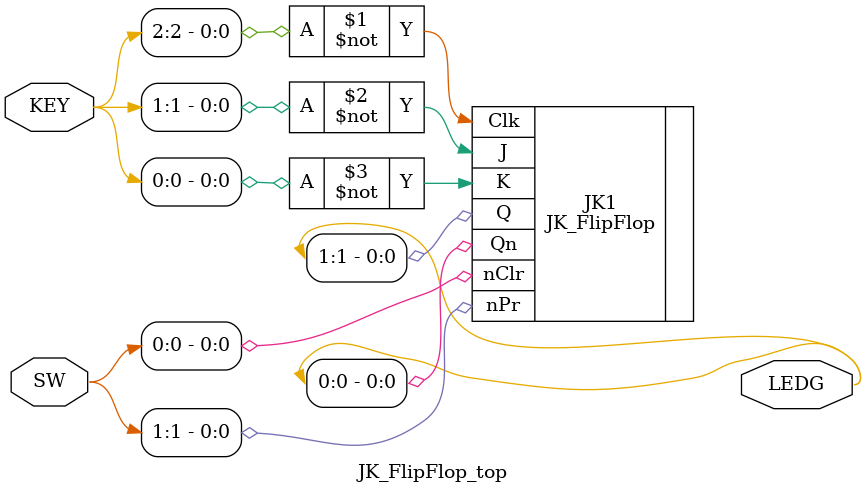
<source format=v>

module JK_FlipFlop_top (
  input  [1:0] SW,      
  input  [2:0] KEY,    
  output [1:0] LEDG   
);

  JK_FlipFlop JK1 (
    .nPr(SW[1]),      
    .nClr(SW[0]),      
    .Clk(~KEY[2]),     
    .J(~KEY[1]),       
    .K(~KEY[0]),       
    .Q(LEDG[1]),       
    .Qn(LEDG[0])
  );

endmodule

</source>
